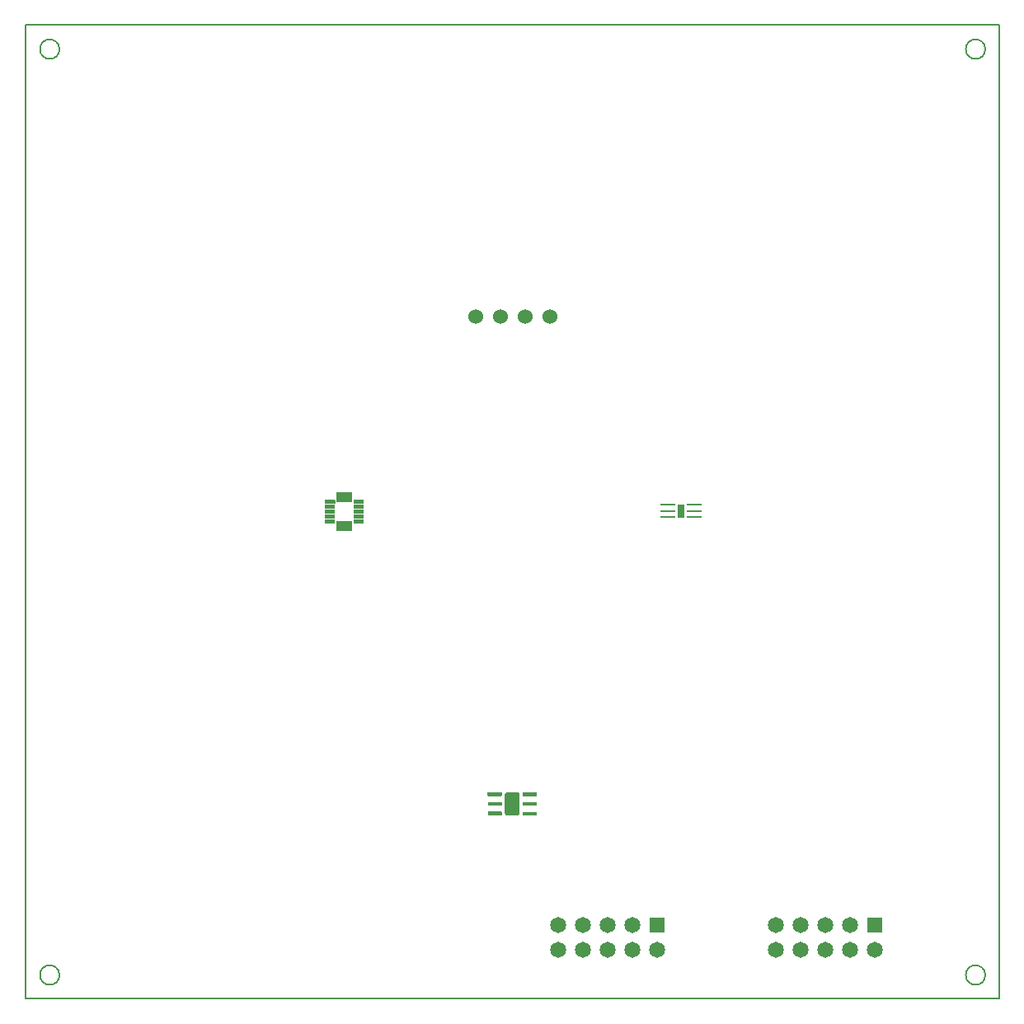
<source format=gbr>
%TF.GenerationSoftware,KiCad,Pcbnew,(5.0.0)*%
%TF.CreationDate,2020-03-23T14:28:17+01:00*%
%TF.ProjectId,Schaltplan_Modul4,536368616C74706C616E5F4D6F64756C,rev?*%
%TF.SameCoordinates,Original*%
%TF.FileFunction,Soldermask,Bot*%
%TF.FilePolarity,Negative*%
%FSLAX46Y46*%
G04 Gerber Fmt 4.6, Leading zero omitted, Abs format (unit mm)*
G04 Created by KiCad (PCBNEW (5.0.0)) date 03/23/20 14:28:17*
%MOMM*%
%LPD*%
G01*
G04 APERTURE LIST*
%ADD10C,0.200000*%
%ADD11C,0.150000*%
%ADD12C,1.530000*%
%ADD13R,0.350000X1.000000*%
%ADD14R,1.000000X0.350000*%
%ADD15R,0.650000X1.350000*%
%ADD16R,1.500000X0.270000*%
%ADD17C,1.500000*%
%ADD18C,0.400000*%
%ADD19R,1.650000X1.650000*%
%ADD20C,1.650000*%
G04 APERTURE END LIST*
D10*
X103500000Y-147576000D02*
G75*
G03X103500000Y-147576000I-1000000J0D01*
G01*
X198576000Y-147576000D02*
G75*
G03X198576000Y-147576000I-1000000J0D01*
G01*
X198576000Y-52500000D02*
G75*
G03X198576000Y-52500000I-1000000J0D01*
G01*
X103500000Y-52500000D02*
G75*
G03X103500000Y-52500000I-1000000J0D01*
G01*
X100000000Y-50000000D02*
X100000000Y-150000000D01*
X100000000Y-150000000D02*
X200000000Y-150000000D01*
X200000000Y-50000000D02*
X200000000Y-150000000D01*
X100000000Y-50000000D02*
X200000000Y-50000000D01*
D11*
%TO.C,AC1*%
G36*
X130795000Y-100210000D02*
X131805000Y-100205000D01*
X131805000Y-99755000D01*
X130795000Y-99760000D01*
X130795000Y-100210000D01*
G37*
G36*
X133705000Y-100205000D02*
X134735000Y-100210000D01*
X134735000Y-99760000D01*
X133705000Y-99755000D01*
X133705000Y-100205000D01*
G37*
G36*
X132475000Y-101990000D02*
X133025000Y-101990000D01*
X133030000Y-100980000D01*
X132480000Y-100980000D01*
X132475000Y-101990000D01*
G37*
G36*
X132485000Y-99010000D02*
X133035000Y-99010000D01*
X133035000Y-97980000D01*
X132485000Y-97980000D01*
X132485000Y-99010000D01*
G37*
G36*
X131975000Y-101990000D02*
X132525000Y-101990000D01*
X132530000Y-100980000D01*
X131980000Y-100980000D01*
X131975000Y-101990000D01*
G37*
G36*
X132985000Y-101990000D02*
X133535000Y-101990000D01*
X133530000Y-100980000D01*
X132980000Y-100980000D01*
X132985000Y-101990000D01*
G37*
G36*
X130795000Y-100710000D02*
X131805000Y-100705000D01*
X131805000Y-100255000D01*
X130795000Y-100260000D01*
X130795000Y-100710000D01*
G37*
G36*
X130795000Y-101200000D02*
X131805000Y-101205000D01*
X131805000Y-100755000D01*
X130795000Y-100750000D01*
X130795000Y-101200000D01*
G37*
G36*
X130795000Y-99700000D02*
X131805000Y-99705000D01*
X131805000Y-99255000D01*
X130795000Y-99250000D01*
X130795000Y-99700000D01*
G37*
G36*
X130795000Y-99200000D02*
X131805000Y-99205000D01*
X131805000Y-98755000D01*
X130795000Y-98750000D01*
X130795000Y-99200000D01*
G37*
G36*
X131975000Y-99010000D02*
X132525000Y-99010000D01*
X132525000Y-97970000D01*
X131975000Y-97970000D01*
X131975000Y-99010000D01*
G37*
G36*
X132985000Y-99010000D02*
X133535000Y-99010000D01*
X133525000Y-97970000D01*
X132975000Y-97970000D01*
X132985000Y-99010000D01*
G37*
G36*
X133705000Y-99705000D02*
X134735000Y-99710000D01*
X134735000Y-99260000D01*
X133705000Y-99255000D01*
X133705000Y-99705000D01*
G37*
G36*
X133705000Y-99205000D02*
X134735000Y-99210000D01*
X134735000Y-98760000D01*
X133705000Y-98755000D01*
X133705000Y-99205000D01*
G37*
G36*
X133705000Y-100705000D02*
X134735000Y-100700000D01*
X134735000Y-100250000D01*
X133705000Y-100255000D01*
X133705000Y-100705000D01*
G37*
G36*
X133705000Y-101205000D02*
X134725000Y-101210000D01*
X134725000Y-100760000D01*
X133705000Y-100755000D01*
X133705000Y-101205000D01*
G37*
%TD*%
D12*
%TO.C,J1*%
X146228000Y-79972000D03*
X153848000Y-79972000D03*
X151308000Y-79972000D03*
X148768000Y-79972000D03*
%TD*%
D13*
%TO.C,AC1*%
X132255000Y-98485000D03*
X132755000Y-98485000D03*
X133255000Y-98485000D03*
D14*
X134220000Y-98980000D03*
X134220000Y-99480000D03*
X134220000Y-99980000D03*
X134220000Y-100480000D03*
X134220000Y-100980000D03*
D13*
X133255000Y-101485000D03*
X132755000Y-101485000D03*
X132255000Y-101485000D03*
D14*
X131300000Y-100980000D03*
X131300000Y-100480000D03*
X131300000Y-99980000D03*
X131300000Y-99480000D03*
X131305000Y-98980000D03*
%TD*%
D15*
%TO.C,IC1*%
X167309999Y-99905920D03*
D16*
X168694999Y-100555920D03*
X168694999Y-99905920D03*
X168689999Y-99255920D03*
X165939999Y-99255920D03*
X165944999Y-99905920D03*
X165944999Y-100555920D03*
%TD*%
D11*
%TO.C,U1*%
G36*
X150519504Y-128801204D02*
X150543773Y-128804804D01*
X150567571Y-128810765D01*
X150590671Y-128819030D01*
X150612849Y-128829520D01*
X150633893Y-128842133D01*
X150653598Y-128856747D01*
X150671777Y-128873223D01*
X150688253Y-128891402D01*
X150702867Y-128911107D01*
X150715480Y-128932151D01*
X150725970Y-128954329D01*
X150734235Y-128977429D01*
X150740196Y-129001227D01*
X150743796Y-129025496D01*
X150745000Y-129050000D01*
X150745000Y-130950000D01*
X150743796Y-130974504D01*
X150740196Y-130998773D01*
X150734235Y-131022571D01*
X150725970Y-131045671D01*
X150715480Y-131067849D01*
X150702867Y-131088893D01*
X150688253Y-131108598D01*
X150671777Y-131126777D01*
X150653598Y-131143253D01*
X150633893Y-131157867D01*
X150612849Y-131170480D01*
X150590671Y-131180970D01*
X150567571Y-131189235D01*
X150543773Y-131195196D01*
X150519504Y-131198796D01*
X150495000Y-131200000D01*
X149495000Y-131200000D01*
X149470496Y-131198796D01*
X149446227Y-131195196D01*
X149422429Y-131189235D01*
X149399329Y-131180970D01*
X149377151Y-131170480D01*
X149356107Y-131157867D01*
X149336402Y-131143253D01*
X149318223Y-131126777D01*
X149301747Y-131108598D01*
X149287133Y-131088893D01*
X149274520Y-131067849D01*
X149264030Y-131045671D01*
X149255765Y-131022571D01*
X149249804Y-130998773D01*
X149246204Y-130974504D01*
X149245000Y-130950000D01*
X149245000Y-129050000D01*
X149246204Y-129025496D01*
X149249804Y-129001227D01*
X149255765Y-128977429D01*
X149264030Y-128954329D01*
X149274520Y-128932151D01*
X149287133Y-128911107D01*
X149301747Y-128891402D01*
X149318223Y-128873223D01*
X149336402Y-128856747D01*
X149356107Y-128842133D01*
X149377151Y-128829520D01*
X149399329Y-128819030D01*
X149422429Y-128810765D01*
X149446227Y-128804804D01*
X149470496Y-128801204D01*
X149495000Y-128800000D01*
X150495000Y-128800000D01*
X150519504Y-128801204D01*
X150519504Y-128801204D01*
G37*
D17*
X149995000Y-130000000D03*
D11*
G36*
X148884802Y-130800482D02*
X148894509Y-130801921D01*
X148904028Y-130804306D01*
X148913268Y-130807612D01*
X148922140Y-130811808D01*
X148930557Y-130816853D01*
X148938439Y-130822699D01*
X148945711Y-130829289D01*
X148952301Y-130836561D01*
X148958147Y-130844443D01*
X148963192Y-130852860D01*
X148967388Y-130861732D01*
X148970694Y-130870972D01*
X148973079Y-130880491D01*
X148974518Y-130890198D01*
X148975000Y-130900000D01*
X148975000Y-131100000D01*
X148974518Y-131109802D01*
X148973079Y-131119509D01*
X148970694Y-131129028D01*
X148967388Y-131138268D01*
X148963192Y-131147140D01*
X148958147Y-131155557D01*
X148952301Y-131163439D01*
X148945711Y-131170711D01*
X148938439Y-131177301D01*
X148930557Y-131183147D01*
X148922140Y-131188192D01*
X148913268Y-131192388D01*
X148904028Y-131195694D01*
X148894509Y-131198079D01*
X148884802Y-131199518D01*
X148875000Y-131200000D01*
X147575000Y-131200000D01*
X147565198Y-131199518D01*
X147555491Y-131198079D01*
X147545972Y-131195694D01*
X147536732Y-131192388D01*
X147527860Y-131188192D01*
X147519443Y-131183147D01*
X147511561Y-131177301D01*
X147504289Y-131170711D01*
X147497699Y-131163439D01*
X147491853Y-131155557D01*
X147486808Y-131147140D01*
X147482612Y-131138268D01*
X147479306Y-131129028D01*
X147476921Y-131119509D01*
X147475482Y-131109802D01*
X147475000Y-131100000D01*
X147475000Y-130900000D01*
X147475482Y-130890198D01*
X147476921Y-130880491D01*
X147479306Y-130870972D01*
X147482612Y-130861732D01*
X147486808Y-130852860D01*
X147491853Y-130844443D01*
X147497699Y-130836561D01*
X147504289Y-130829289D01*
X147511561Y-130822699D01*
X147519443Y-130816853D01*
X147527860Y-130811808D01*
X147536732Y-130807612D01*
X147545972Y-130804306D01*
X147555491Y-130801921D01*
X147565198Y-130800482D01*
X147575000Y-130800000D01*
X148875000Y-130800000D01*
X148884802Y-130800482D01*
X148884802Y-130800482D01*
G37*
D18*
X148225000Y-131000000D03*
D11*
G36*
X148884802Y-129800482D02*
X148894509Y-129801921D01*
X148904028Y-129804306D01*
X148913268Y-129807612D01*
X148922140Y-129811808D01*
X148930557Y-129816853D01*
X148938439Y-129822699D01*
X148945711Y-129829289D01*
X148952301Y-129836561D01*
X148958147Y-129844443D01*
X148963192Y-129852860D01*
X148967388Y-129861732D01*
X148970694Y-129870972D01*
X148973079Y-129880491D01*
X148974518Y-129890198D01*
X148975000Y-129900000D01*
X148975000Y-130100000D01*
X148974518Y-130109802D01*
X148973079Y-130119509D01*
X148970694Y-130129028D01*
X148967388Y-130138268D01*
X148963192Y-130147140D01*
X148958147Y-130155557D01*
X148952301Y-130163439D01*
X148945711Y-130170711D01*
X148938439Y-130177301D01*
X148930557Y-130183147D01*
X148922140Y-130188192D01*
X148913268Y-130192388D01*
X148904028Y-130195694D01*
X148894509Y-130198079D01*
X148884802Y-130199518D01*
X148875000Y-130200000D01*
X147575000Y-130200000D01*
X147565198Y-130199518D01*
X147555491Y-130198079D01*
X147545972Y-130195694D01*
X147536732Y-130192388D01*
X147527860Y-130188192D01*
X147519443Y-130183147D01*
X147511561Y-130177301D01*
X147504289Y-130170711D01*
X147497699Y-130163439D01*
X147491853Y-130155557D01*
X147486808Y-130147140D01*
X147482612Y-130138268D01*
X147479306Y-130129028D01*
X147476921Y-130119509D01*
X147475482Y-130109802D01*
X147475000Y-130100000D01*
X147475000Y-129900000D01*
X147475482Y-129890198D01*
X147476921Y-129880491D01*
X147479306Y-129870972D01*
X147482612Y-129861732D01*
X147486808Y-129852860D01*
X147491853Y-129844443D01*
X147497699Y-129836561D01*
X147504289Y-129829289D01*
X147511561Y-129822699D01*
X147519443Y-129816853D01*
X147527860Y-129811808D01*
X147536732Y-129807612D01*
X147545972Y-129804306D01*
X147555491Y-129801921D01*
X147565198Y-129800482D01*
X147575000Y-129800000D01*
X148875000Y-129800000D01*
X148884802Y-129800482D01*
X148884802Y-129800482D01*
G37*
D18*
X148225000Y-130000000D03*
D11*
G36*
X148864802Y-128800482D02*
X148874509Y-128801921D01*
X148884028Y-128804306D01*
X148893268Y-128807612D01*
X148902140Y-128811808D01*
X148910557Y-128816853D01*
X148918439Y-128822699D01*
X148925711Y-128829289D01*
X148932301Y-128836561D01*
X148938147Y-128844443D01*
X148943192Y-128852860D01*
X148947388Y-128861732D01*
X148950694Y-128870972D01*
X148953079Y-128880491D01*
X148954518Y-128890198D01*
X148955000Y-128900000D01*
X148955000Y-129100000D01*
X148954518Y-129109802D01*
X148953079Y-129119509D01*
X148950694Y-129129028D01*
X148947388Y-129138268D01*
X148943192Y-129147140D01*
X148938147Y-129155557D01*
X148932301Y-129163439D01*
X148925711Y-129170711D01*
X148918439Y-129177301D01*
X148910557Y-129183147D01*
X148902140Y-129188192D01*
X148893268Y-129192388D01*
X148884028Y-129195694D01*
X148874509Y-129198079D01*
X148864802Y-129199518D01*
X148855000Y-129200000D01*
X147555000Y-129200000D01*
X147545198Y-129199518D01*
X147535491Y-129198079D01*
X147525972Y-129195694D01*
X147516732Y-129192388D01*
X147507860Y-129188192D01*
X147499443Y-129183147D01*
X147491561Y-129177301D01*
X147484289Y-129170711D01*
X147477699Y-129163439D01*
X147471853Y-129155557D01*
X147466808Y-129147140D01*
X147462612Y-129138268D01*
X147459306Y-129129028D01*
X147456921Y-129119509D01*
X147455482Y-129109802D01*
X147455000Y-129100000D01*
X147455000Y-128900000D01*
X147455482Y-128890198D01*
X147456921Y-128880491D01*
X147459306Y-128870972D01*
X147462612Y-128861732D01*
X147466808Y-128852860D01*
X147471853Y-128844443D01*
X147477699Y-128836561D01*
X147484289Y-128829289D01*
X147491561Y-128822699D01*
X147499443Y-128816853D01*
X147507860Y-128811808D01*
X147516732Y-128807612D01*
X147525972Y-128804306D01*
X147535491Y-128801921D01*
X147545198Y-128800482D01*
X147555000Y-128800000D01*
X148855000Y-128800000D01*
X148864802Y-128800482D01*
X148864802Y-128800482D01*
G37*
D18*
X148205000Y-129000000D03*
D11*
G36*
X152454802Y-128800482D02*
X152464509Y-128801921D01*
X152474028Y-128804306D01*
X152483268Y-128807612D01*
X152492140Y-128811808D01*
X152500557Y-128816853D01*
X152508439Y-128822699D01*
X152515711Y-128829289D01*
X152522301Y-128836561D01*
X152528147Y-128844443D01*
X152533192Y-128852860D01*
X152537388Y-128861732D01*
X152540694Y-128870972D01*
X152543079Y-128880491D01*
X152544518Y-128890198D01*
X152545000Y-128900000D01*
X152545000Y-129100000D01*
X152544518Y-129109802D01*
X152543079Y-129119509D01*
X152540694Y-129129028D01*
X152537388Y-129138268D01*
X152533192Y-129147140D01*
X152528147Y-129155557D01*
X152522301Y-129163439D01*
X152515711Y-129170711D01*
X152508439Y-129177301D01*
X152500557Y-129183147D01*
X152492140Y-129188192D01*
X152483268Y-129192388D01*
X152474028Y-129195694D01*
X152464509Y-129198079D01*
X152454802Y-129199518D01*
X152445000Y-129200000D01*
X151145000Y-129200000D01*
X151135198Y-129199518D01*
X151125491Y-129198079D01*
X151115972Y-129195694D01*
X151106732Y-129192388D01*
X151097860Y-129188192D01*
X151089443Y-129183147D01*
X151081561Y-129177301D01*
X151074289Y-129170711D01*
X151067699Y-129163439D01*
X151061853Y-129155557D01*
X151056808Y-129147140D01*
X151052612Y-129138268D01*
X151049306Y-129129028D01*
X151046921Y-129119509D01*
X151045482Y-129109802D01*
X151045000Y-129100000D01*
X151045000Y-128900000D01*
X151045482Y-128890198D01*
X151046921Y-128880491D01*
X151049306Y-128870972D01*
X151052612Y-128861732D01*
X151056808Y-128852860D01*
X151061853Y-128844443D01*
X151067699Y-128836561D01*
X151074289Y-128829289D01*
X151081561Y-128822699D01*
X151089443Y-128816853D01*
X151097860Y-128811808D01*
X151106732Y-128807612D01*
X151115972Y-128804306D01*
X151125491Y-128801921D01*
X151135198Y-128800482D01*
X151145000Y-128800000D01*
X152445000Y-128800000D01*
X152454802Y-128800482D01*
X152454802Y-128800482D01*
G37*
D18*
X151795000Y-129000000D03*
D11*
G36*
X152454802Y-129810482D02*
X152464509Y-129811921D01*
X152474028Y-129814306D01*
X152483268Y-129817612D01*
X152492140Y-129821808D01*
X152500557Y-129826853D01*
X152508439Y-129832699D01*
X152515711Y-129839289D01*
X152522301Y-129846561D01*
X152528147Y-129854443D01*
X152533192Y-129862860D01*
X152537388Y-129871732D01*
X152540694Y-129880972D01*
X152543079Y-129890491D01*
X152544518Y-129900198D01*
X152545000Y-129910000D01*
X152545000Y-130110000D01*
X152544518Y-130119802D01*
X152543079Y-130129509D01*
X152540694Y-130139028D01*
X152537388Y-130148268D01*
X152533192Y-130157140D01*
X152528147Y-130165557D01*
X152522301Y-130173439D01*
X152515711Y-130180711D01*
X152508439Y-130187301D01*
X152500557Y-130193147D01*
X152492140Y-130198192D01*
X152483268Y-130202388D01*
X152474028Y-130205694D01*
X152464509Y-130208079D01*
X152454802Y-130209518D01*
X152445000Y-130210000D01*
X151145000Y-130210000D01*
X151135198Y-130209518D01*
X151125491Y-130208079D01*
X151115972Y-130205694D01*
X151106732Y-130202388D01*
X151097860Y-130198192D01*
X151089443Y-130193147D01*
X151081561Y-130187301D01*
X151074289Y-130180711D01*
X151067699Y-130173439D01*
X151061853Y-130165557D01*
X151056808Y-130157140D01*
X151052612Y-130148268D01*
X151049306Y-130139028D01*
X151046921Y-130129509D01*
X151045482Y-130119802D01*
X151045000Y-130110000D01*
X151045000Y-129910000D01*
X151045482Y-129900198D01*
X151046921Y-129890491D01*
X151049306Y-129880972D01*
X151052612Y-129871732D01*
X151056808Y-129862860D01*
X151061853Y-129854443D01*
X151067699Y-129846561D01*
X151074289Y-129839289D01*
X151081561Y-129832699D01*
X151089443Y-129826853D01*
X151097860Y-129821808D01*
X151106732Y-129817612D01*
X151115972Y-129814306D01*
X151125491Y-129811921D01*
X151135198Y-129810482D01*
X151145000Y-129810000D01*
X152445000Y-129810000D01*
X152454802Y-129810482D01*
X152454802Y-129810482D01*
G37*
D18*
X151795000Y-130010000D03*
D11*
G36*
X152454802Y-130810482D02*
X152464509Y-130811921D01*
X152474028Y-130814306D01*
X152483268Y-130817612D01*
X152492140Y-130821808D01*
X152500557Y-130826853D01*
X152508439Y-130832699D01*
X152515711Y-130839289D01*
X152522301Y-130846561D01*
X152528147Y-130854443D01*
X152533192Y-130862860D01*
X152537388Y-130871732D01*
X152540694Y-130880972D01*
X152543079Y-130890491D01*
X152544518Y-130900198D01*
X152545000Y-130910000D01*
X152545000Y-131110000D01*
X152544518Y-131119802D01*
X152543079Y-131129509D01*
X152540694Y-131139028D01*
X152537388Y-131148268D01*
X152533192Y-131157140D01*
X152528147Y-131165557D01*
X152522301Y-131173439D01*
X152515711Y-131180711D01*
X152508439Y-131187301D01*
X152500557Y-131193147D01*
X152492140Y-131198192D01*
X152483268Y-131202388D01*
X152474028Y-131205694D01*
X152464509Y-131208079D01*
X152454802Y-131209518D01*
X152445000Y-131210000D01*
X151145000Y-131210000D01*
X151135198Y-131209518D01*
X151125491Y-131208079D01*
X151115972Y-131205694D01*
X151106732Y-131202388D01*
X151097860Y-131198192D01*
X151089443Y-131193147D01*
X151081561Y-131187301D01*
X151074289Y-131180711D01*
X151067699Y-131173439D01*
X151061853Y-131165557D01*
X151056808Y-131157140D01*
X151052612Y-131148268D01*
X151049306Y-131139028D01*
X151046921Y-131129509D01*
X151045482Y-131119802D01*
X151045000Y-131110000D01*
X151045000Y-130910000D01*
X151045482Y-130900198D01*
X151046921Y-130890491D01*
X151049306Y-130880972D01*
X151052612Y-130871732D01*
X151056808Y-130862860D01*
X151061853Y-130854443D01*
X151067699Y-130846561D01*
X151074289Y-130839289D01*
X151081561Y-130832699D01*
X151089443Y-130826853D01*
X151097860Y-130821808D01*
X151106732Y-130817612D01*
X151115972Y-130814306D01*
X151125491Y-130811921D01*
X151135198Y-130810482D01*
X151145000Y-130810000D01*
X152445000Y-130810000D01*
X152454802Y-130810482D01*
X152454802Y-130810482D01*
G37*
D18*
X151795000Y-131010000D03*
%TD*%
D19*
%TO.C,J4*%
X187216000Y-142456000D03*
D20*
X187216000Y-144996000D03*
X184676000Y-142456000D03*
X184676000Y-144996000D03*
X182136000Y-142456000D03*
X182136000Y-144996000D03*
X179596000Y-142456000D03*
X179596000Y-144996000D03*
X177056000Y-142456000D03*
X177056000Y-144996000D03*
%TD*%
D19*
%TO.C,J5*%
X164864000Y-142456000D03*
D20*
X164864000Y-144996000D03*
X162324000Y-142456000D03*
X162324000Y-144996000D03*
X159784000Y-142456000D03*
X159784000Y-144996000D03*
X157244000Y-142456000D03*
X157244000Y-144996000D03*
X154704000Y-142456000D03*
X154704000Y-144996000D03*
%TD*%
M02*

</source>
